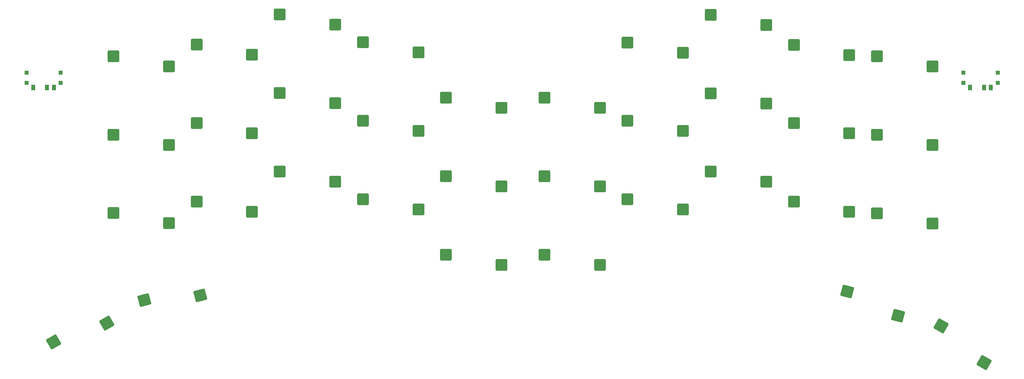
<source format=gbr>
%TF.GenerationSoftware,KiCad,Pcbnew,7.0.6*%
%TF.CreationDate,2024-11-05T18:23:53-06:00*%
%TF.ProjectId,main,6d61696e-2e6b-4696-9361-645f70636258,rev?*%
%TF.SameCoordinates,Original*%
%TF.FileFunction,Paste,Bot*%
%TF.FilePolarity,Positive*%
%FSLAX46Y46*%
G04 Gerber Fmt 4.6, Leading zero omitted, Abs format (unit mm)*
G04 Created by KiCad (PCBNEW 7.0.6) date 2024-11-05 18:23:53*
%MOMM*%
%LPD*%
G01*
G04 APERTURE LIST*
G04 Aperture macros list*
%AMRoundRect*
0 Rectangle with rounded corners*
0 $1 Rounding radius*
0 $2 $3 $4 $5 $6 $7 $8 $9 X,Y pos of 4 corners*
0 Add a 4 corners polygon primitive as box body*
4,1,4,$2,$3,$4,$5,$6,$7,$8,$9,$2,$3,0*
0 Add four circle primitives for the rounded corners*
1,1,$1+$1,$2,$3*
1,1,$1+$1,$4,$5*
1,1,$1+$1,$6,$7*
1,1,$1+$1,$8,$9*
0 Add four rect primitives between the rounded corners*
20,1,$1+$1,$2,$3,$4,$5,0*
20,1,$1+$1,$4,$5,$6,$7,0*
20,1,$1+$1,$6,$7,$8,$9,0*
20,1,$1+$1,$8,$9,$2,$3,0*%
G04 Aperture macros list end*
%ADD10RoundRect,0.250000X-1.025000X-1.000000X1.025000X-1.000000X1.025000X1.000000X-1.025000X1.000000X0*%
%ADD11RoundRect,0.250000X-1.387676X-0.353525X0.387676X-1.378525X1.387676X0.353525X-0.387676X1.378525X0*%
%ADD12RoundRect,0.250000X-0.731255X-1.231215X1.248893X-0.700636X0.731255X1.231215X-1.248893X0.700636X0*%
%ADD13RoundRect,0.250000X-0.387676X-1.378525X1.387676X-0.353525X0.387676X1.378525X-1.387676X0.353525X0*%
%ADD14RoundRect,0.250000X-1.248893X-0.700636X0.731255X-1.231215X1.248893X0.700636X-0.731255X1.231215X0*%
%ADD15R,0.900000X0.900000*%
%ADD16R,0.900000X1.250000*%
G04 APERTURE END LIST*
D10*
%TO.C,SW6*%
X135541961Y-54346064D03*
X147541961Y-56546064D03*
%TD*%
%TO.C,SW19*%
X60257249Y-25813724D03*
X72257249Y-28013724D03*
%TD*%
%TO.C,SW12*%
X153541964Y-59346069D03*
X165541964Y-61546069D03*
%TD*%
%TO.C,SW27*%
X114256252Y-54314218D03*
X126256252Y-56514218D03*
%TD*%
%TO.C,SW25*%
X78256250Y-36313719D03*
X90256250Y-38513719D03*
%TD*%
%TO.C,SW26*%
X96256249Y-42314217D03*
X108256249Y-44514217D03*
%TD*%
%TO.C,SW10*%
X207541963Y-45345570D03*
X219541963Y-47545570D03*
%TD*%
%TO.C,SW14*%
X189540961Y-59845566D03*
X201540961Y-62045566D03*
%TD*%
%TO.C,SW22*%
X114256254Y-37314221D03*
X126256254Y-39514221D03*
%TD*%
%TO.C,SW31*%
X96256249Y-59314223D03*
X108256249Y-61514223D03*
%TD*%
%TO.C,SW32*%
X114256250Y-71314221D03*
X126256250Y-73514221D03*
%TD*%
%TO.C,SW20*%
X78256253Y-19313722D03*
X90256253Y-21513722D03*
%TD*%
%TO.C,SW23*%
X42256250Y-45313724D03*
X54256250Y-47513724D03*
%TD*%
%TO.C,SW7*%
X153541964Y-42346063D03*
X165541964Y-44546063D03*
%TD*%
D11*
%TO.C,SW17*%
X221447838Y-86778035D03*
X230740143Y-94683290D03*
%TD*%
D12*
%TO.C,SW34*%
X48923554Y-81123733D03*
X61084066Y-80142941D03*
%TD*%
D10*
%TO.C,SW8*%
X171541963Y-36345565D03*
X183541963Y-38545565D03*
%TD*%
%TO.C,SW18*%
X42256250Y-28313721D03*
X54256250Y-30513721D03*
%TD*%
%TO.C,SW13*%
X171541963Y-53345566D03*
X183541963Y-55545566D03*
%TD*%
%TO.C,SW15*%
X207541966Y-62345564D03*
X219541966Y-64545564D03*
%TD*%
%TO.C,SW29*%
X60257252Y-59813720D03*
X72257252Y-62013720D03*
%TD*%
%TO.C,SW9*%
X189540961Y-42845565D03*
X201540961Y-45045565D03*
%TD*%
%TO.C,SW5*%
X207541963Y-28345567D03*
X219541963Y-30545567D03*
%TD*%
%TO.C,SW11*%
X135541963Y-71346067D03*
X147541963Y-73546067D03*
%TD*%
%TO.C,SW21*%
X96256251Y-25314222D03*
X108256251Y-27514222D03*
%TD*%
D13*
%TO.C,SW33*%
X29288197Y-90246189D03*
X40780502Y-86151444D03*
%TD*%
D10*
%TO.C,SW24*%
X60257252Y-42813719D03*
X72257252Y-45013719D03*
%TD*%
%TO.C,SW4*%
X189540964Y-25845570D03*
X201540964Y-28045570D03*
%TD*%
%TO.C,SW2*%
X153541962Y-25346068D03*
X165541962Y-27546068D03*
%TD*%
%TO.C,SW30*%
X78256250Y-53313720D03*
X90256250Y-55513720D03*
%TD*%
D14*
%TO.C,SW16*%
X201113178Y-79343845D03*
X212134886Y-84574711D03*
%TD*%
D10*
%TO.C,SW3*%
X171541960Y-19345568D03*
X183541960Y-21545568D03*
%TD*%
%TO.C,SW28*%
X42256247Y-62313718D03*
X54256247Y-64513718D03*
%TD*%
%TO.C,SW1*%
X135541959Y-37346067D03*
X147541959Y-39546067D03*
%TD*%
D15*
%TO.C,SW_POWER1*%
X30827200Y-34117713D03*
X30827200Y-31917713D03*
X23427200Y-34117713D03*
X23427200Y-31917713D03*
D16*
X24877200Y-35092713D03*
X27877200Y-35092713D03*
X29377200Y-35092713D03*
%TD*%
D15*
%TO.C,SW_POWER0*%
X233646200Y-34117713D03*
X233646200Y-31917713D03*
X226246200Y-34117713D03*
X226246200Y-31917713D03*
D16*
X227696200Y-35092713D03*
X230696200Y-35092713D03*
X232196200Y-35092713D03*
%TD*%
M02*

</source>
